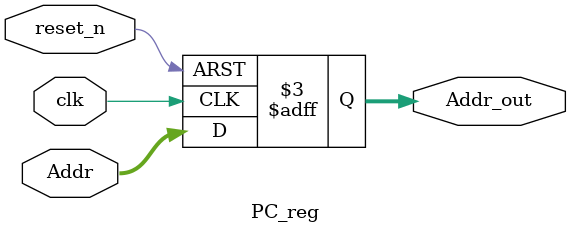
<source format=sv>
`timescale 1ns / 1ps


module PC_reg(
    input clk,
    input reset_n,
    input [31:0] Addr,
    output reg [31:0] Addr_out
    );
    always @(posedge clk or negedge reset_n) begin
        if(!reset_n) Addr_out <=0;
        else Addr_out<= Addr;
    end
endmodule

</source>
